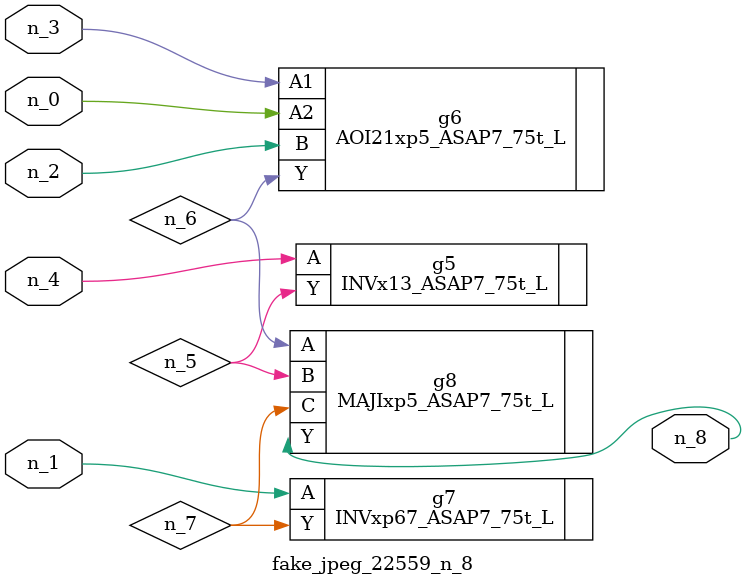
<source format=v>
module fake_jpeg_22559_n_8 (n_3, n_2, n_1, n_0, n_4, n_8);

input n_3;
input n_2;
input n_1;
input n_0;
input n_4;

output n_8;

wire n_6;
wire n_5;
wire n_7;

INVx13_ASAP7_75t_L g5 ( 
.A(n_4),
.Y(n_5)
);

AOI21xp5_ASAP7_75t_L g6 ( 
.A1(n_3),
.A2(n_0),
.B(n_2),
.Y(n_6)
);

INVxp67_ASAP7_75t_L g7 ( 
.A(n_1),
.Y(n_7)
);

MAJIxp5_ASAP7_75t_L g8 ( 
.A(n_6),
.B(n_5),
.C(n_7),
.Y(n_8)
);


endmodule
</source>
